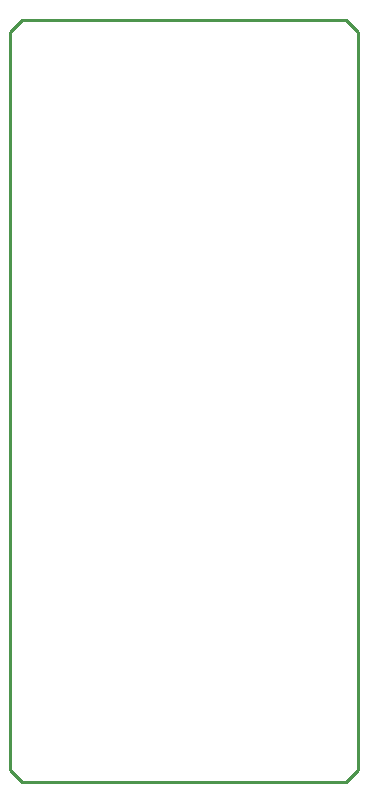
<source format=gm1>
G04 #@! TF.GenerationSoftware,KiCad,Pcbnew,6.0.5-a6ca702e91~116~ubuntu20.04.1*
G04 #@! TF.CreationDate,2024-03-02T15:14:07+03:00*
G04 #@! TF.ProjectId,iot-esp-eth-ind,696f742d-6573-4702-9d65-74682d696e64,rev?*
G04 #@! TF.SameCoordinates,PX3072580PYa990340*
G04 #@! TF.FileFunction,Profile,NP*
%FSLAX46Y46*%
G04 Gerber Fmt 4.6, Leading zero omitted, Abs format (unit mm)*
G04 Created by KiCad (PCBNEW 6.0.5-a6ca702e91~116~ubuntu20.04.1) date 2024-03-02 15:14:07*
%MOMM*%
%LPD*%
G01*
G04 APERTURE LIST*
G04 #@! TA.AperFunction,Profile*
%ADD10C,0.254000*%
G04 #@! TD*
G04 APERTURE END LIST*
D10*
X29464000Y63500000D02*
X28448000Y64516000D01*
X0Y63500000D02*
X0Y1016000D01*
X1016000Y64516000D02*
X0Y63500000D01*
X1016000Y0D02*
X0Y1016000D01*
X29464000Y1016000D02*
X29464000Y63500000D01*
X1016000Y0D02*
X28448000Y0D01*
X28448000Y64516000D02*
X1016000Y64516000D01*
X28448000Y0D02*
X29464000Y1016000D01*
M02*

</source>
